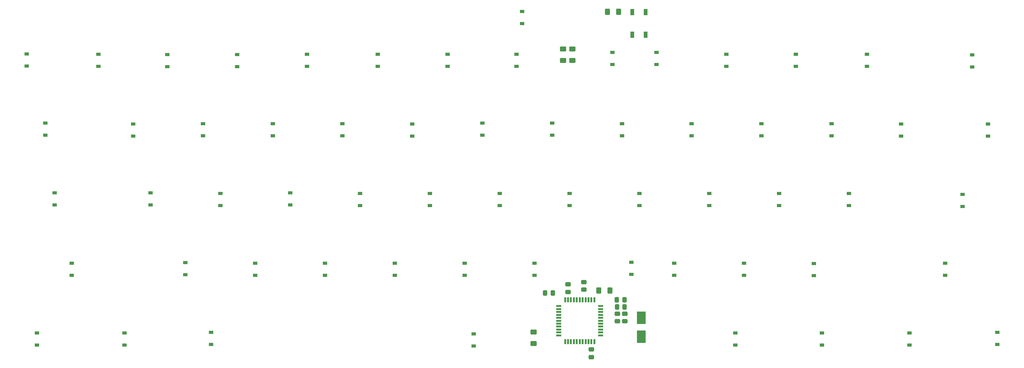
<source format=gbp>
G04 #@! TF.GenerationSoftware,KiCad,Pcbnew,(6.0.6)*
G04 #@! TF.CreationDate,2022-07-10T20:54:54+03:00*
G04 #@! TF.ProjectId,Keyboard-60,4b657962-6f61-4726-942d-3630252e6b69,rev?*
G04 #@! TF.SameCoordinates,Original*
G04 #@! TF.FileFunction,Paste,Bot*
G04 #@! TF.FilePolarity,Positive*
%FSLAX46Y46*%
G04 Gerber Fmt 4.6, Leading zero omitted, Abs format (unit mm)*
G04 Created by KiCad (PCBNEW (6.0.6)) date 2022-07-10 20:54:54*
%MOMM*%
%LPD*%
G01*
G04 APERTURE LIST*
G04 Aperture macros list*
%AMRoundRect*
0 Rectangle with rounded corners*
0 $1 Rounding radius*
0 $2 $3 $4 $5 $6 $7 $8 $9 X,Y pos of 4 corners*
0 Add a 4 corners polygon primitive as box body*
4,1,4,$2,$3,$4,$5,$6,$7,$8,$9,$2,$3,0*
0 Add four circle primitives for the rounded corners*
1,1,$1+$1,$2,$3*
1,1,$1+$1,$4,$5*
1,1,$1+$1,$6,$7*
1,1,$1+$1,$8,$9*
0 Add four rect primitives between the rounded corners*
20,1,$1+$1,$2,$3,$4,$5,0*
20,1,$1+$1,$4,$5,$6,$7,0*
20,1,$1+$1,$6,$7,$8,$9,0*
20,1,$1+$1,$8,$9,$2,$3,0*%
G04 Aperture macros list end*
%ADD10R,1.200000X0.900000*%
%ADD11RoundRect,0.250000X-0.625000X0.400000X-0.625000X-0.400000X0.625000X-0.400000X0.625000X0.400000X0*%
%ADD12R,1.100000X1.800000*%
%ADD13RoundRect,0.250000X-0.475000X0.337500X-0.475000X-0.337500X0.475000X-0.337500X0.475000X0.337500X0*%
%ADD14RoundRect,0.250000X0.475000X-0.337500X0.475000X0.337500X-0.475000X0.337500X-0.475000X-0.337500X0*%
%ADD15RoundRect,0.250000X-0.400000X-0.625000X0.400000X-0.625000X0.400000X0.625000X-0.400000X0.625000X0*%
%ADD16RoundRect,0.250000X-0.337500X-0.475000X0.337500X-0.475000X0.337500X0.475000X-0.337500X0.475000X0*%
%ADD17RoundRect,0.250000X0.337500X0.475000X-0.337500X0.475000X-0.337500X-0.475000X0.337500X-0.475000X0*%
%ADD18R,2.400000X3.500000*%
%ADD19RoundRect,0.250000X0.400000X0.625000X-0.400000X0.625000X-0.400000X-0.625000X0.400000X-0.625000X0*%
%ADD20R,0.508000X1.473200*%
%ADD21R,1.473200X0.508000*%
%ADD22RoundRect,0.250000X0.625000X-0.400000X0.625000X0.400000X-0.625000X0.400000X-0.625000X-0.400000X0*%
G04 APERTURE END LIST*
D10*
X129825750Y-133063250D03*
X129825750Y-129763250D03*
X120300750Y-113886250D03*
X120300750Y-110586250D03*
X86772750Y-76091050D03*
X86772750Y-72791050D03*
D11*
X197262750Y-71316250D03*
X197262750Y-74416250D03*
D10*
X98710750Y-151986250D03*
X98710750Y-148686250D03*
X306355750Y-76167250D03*
X306355750Y-72867250D03*
X75088750Y-152113250D03*
X75088750Y-148813250D03*
X272700750Y-114013250D03*
X272700750Y-110713250D03*
X286924750Y-95090250D03*
X286924750Y-91790250D03*
X56038750Y-113886250D03*
X56038750Y-110586250D03*
X298989750Y-133063250D03*
X298989750Y-129763250D03*
X239299750Y-76040250D03*
X239299750Y-72740250D03*
D12*
X213599150Y-61181050D03*
X213599150Y-67381050D03*
X217299150Y-61181050D03*
X217299150Y-67381050D03*
D10*
X148875750Y-133063250D03*
X148875750Y-129763250D03*
X158400750Y-114013250D03*
X158400750Y-110713250D03*
X110775750Y-133063250D03*
X110775750Y-129763250D03*
X258222750Y-76040250D03*
X258222750Y-72740250D03*
D13*
X211613750Y-143583750D03*
X211613750Y-145658750D03*
D10*
X177450750Y-114013250D03*
X177450750Y-110713250D03*
X167925750Y-133063250D03*
X167925750Y-129763250D03*
X153574750Y-95090250D03*
X153574750Y-91790250D03*
D13*
X209581750Y-143583750D03*
X209581750Y-145658750D03*
D10*
X196500750Y-114013250D03*
X196500750Y-110713250D03*
D14*
X196119750Y-137657750D03*
X196119750Y-135582750D03*
D10*
X263175750Y-133190250D03*
X263175750Y-129890250D03*
X48418750Y-75989450D03*
X48418750Y-72689450D03*
X60737750Y-133063250D03*
X60737750Y-129763250D03*
X241712750Y-152113250D03*
X241712750Y-148813250D03*
X105873550Y-76091050D03*
X105873550Y-72791050D03*
D15*
X206837950Y-61131450D03*
X209937950Y-61131450D03*
D10*
X82200750Y-113886250D03*
X82200750Y-110586250D03*
X182022750Y-76040250D03*
X182022750Y-72740250D03*
X68027550Y-76040250D03*
X68027550Y-72740250D03*
X96551750Y-94963250D03*
X96551750Y-91663250D03*
D14*
X202469750Y-155437750D03*
X202469750Y-153362750D03*
D16*
X189875250Y-137890250D03*
X191950250Y-137890250D03*
D10*
X172751750Y-94836250D03*
X172751750Y-91536250D03*
X210851750Y-94963250D03*
X210851750Y-91663250D03*
X225075750Y-133063250D03*
X225075750Y-129763250D03*
X53498750Y-94836250D03*
X53498750Y-91536250D03*
X244125750Y-133063250D03*
X244125750Y-129763250D03*
X229774750Y-94963250D03*
X229774750Y-91663250D03*
X134524750Y-94963250D03*
X134524750Y-91663250D03*
X220249750Y-75532250D03*
X220249750Y-72232250D03*
X289210750Y-152113250D03*
X289210750Y-148813250D03*
X124872750Y-76040250D03*
X124872750Y-72740250D03*
X313213750Y-151986250D03*
X313213750Y-148686250D03*
X303688750Y-114267250D03*
X303688750Y-110967250D03*
D17*
X211508250Y-139769850D03*
X209433250Y-139769850D03*
D10*
X144176750Y-76040250D03*
X144176750Y-72740250D03*
D18*
X216058750Y-149888250D03*
X216058750Y-144688250D03*
D10*
X268001750Y-94963250D03*
X268001750Y-91663250D03*
D19*
X207550350Y-137229850D03*
X204450350Y-137229850D03*
D10*
X215550750Y-114013250D03*
X215550750Y-110713250D03*
X234600750Y-114013250D03*
X234600750Y-110713250D03*
D20*
X195306950Y-139769850D03*
X196094350Y-139769850D03*
X196907150Y-139769850D03*
X197694550Y-139769850D03*
X198507350Y-139769850D03*
X199294750Y-139769850D03*
X200082150Y-139769850D03*
X200894950Y-139769850D03*
X201682350Y-139769850D03*
X202495150Y-139769850D03*
X203282550Y-139769850D03*
D21*
X205035150Y-141522450D03*
X205035150Y-142309850D03*
X205035150Y-143122650D03*
X205035150Y-143910050D03*
X205035150Y-144722850D03*
X205035150Y-145510250D03*
X205035150Y-146297650D03*
X205035150Y-147110450D03*
X205035150Y-147897850D03*
X205035150Y-148710650D03*
X205035150Y-149498050D03*
D20*
X203282550Y-151250650D03*
X202495150Y-151250650D03*
X201682350Y-151250650D03*
X200894950Y-151250650D03*
X200082150Y-151250650D03*
X199294750Y-151250650D03*
X198507350Y-151250650D03*
X197694550Y-151250650D03*
X196907150Y-151250650D03*
X196094350Y-151250650D03*
X195306950Y-151250650D03*
D21*
X193554350Y-149498050D03*
X193554350Y-148710650D03*
X193554350Y-147897850D03*
X193554350Y-147110450D03*
X193554350Y-146297650D03*
X193554350Y-145510250D03*
X193554350Y-144722850D03*
X193554350Y-143910050D03*
X193554350Y-143122650D03*
X193554350Y-142309850D03*
X193554350Y-141522450D03*
D10*
X213391750Y-132809250D03*
X213391750Y-129509250D03*
X115601750Y-94963250D03*
X115601750Y-91663250D03*
D22*
X186690000Y-151695750D03*
X186690000Y-148595750D03*
D10*
X91725750Y-132936250D03*
X91725750Y-129636250D03*
X170338750Y-152367250D03*
X170338750Y-149067250D03*
X77501750Y-95090250D03*
X77501750Y-91790250D03*
X310673750Y-95090250D03*
X310673750Y-91790250D03*
X51212750Y-152114250D03*
X51212750Y-148814250D03*
X253650750Y-114013250D03*
X253650750Y-110713250D03*
X101250750Y-114013250D03*
X101250750Y-110713250D03*
D11*
X194722750Y-71316250D03*
X194722750Y-74416250D03*
D13*
X200437750Y-134947750D03*
X200437750Y-137022750D03*
D10*
X191801750Y-94836250D03*
X191801750Y-91536250D03*
X248824750Y-94963250D03*
X248824750Y-91663250D03*
X265334750Y-152113250D03*
X265334750Y-148813250D03*
D16*
X209454750Y-141700250D03*
X211529750Y-141700250D03*
D10*
X208184750Y-75532250D03*
X208184750Y-72232250D03*
X139350750Y-114013250D03*
X139350750Y-110713250D03*
X183546750Y-61056250D03*
X183546750Y-64356250D03*
X163226750Y-76040250D03*
X163226750Y-72740250D03*
X186975750Y-133063250D03*
X186975750Y-129763250D03*
X277653750Y-76040250D03*
X277653750Y-72740250D03*
M02*

</source>
